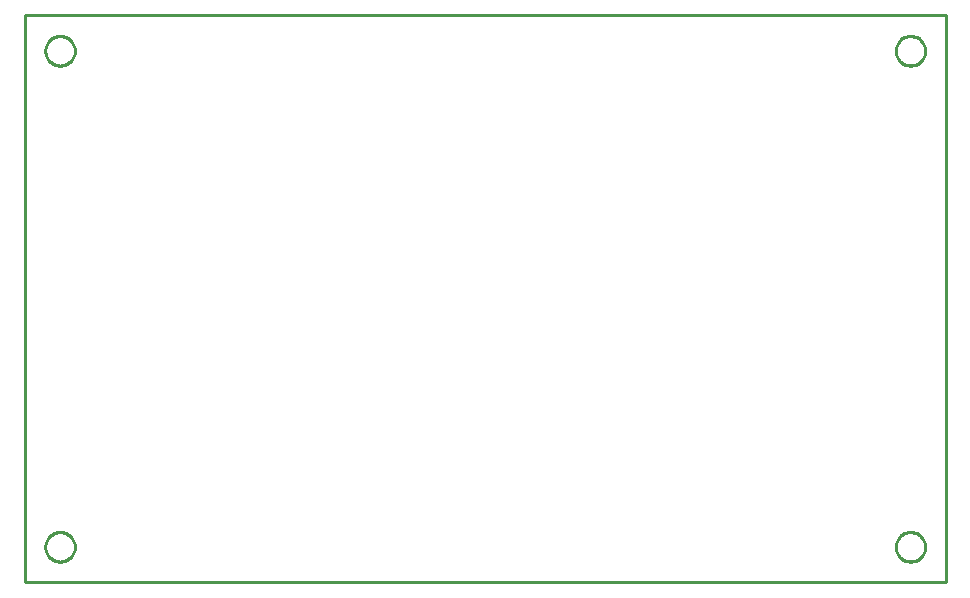
<source format=gbr>
G04 EAGLE Gerber RS-274X export*
G75*
%MOMM*%
%FSLAX34Y34*%
%LPD*%
%IN*%
%IPPOS*%
%AMOC8*
5,1,8,0,0,1.08239X$1,22.5*%
G01*
%ADD10C,0.254000*%


D10*
X0Y0D02*
X780000Y0D01*
X780000Y480000D01*
X0Y480000D01*
X0Y0D01*
X750491Y17500D02*
X751470Y17577D01*
X752441Y17731D01*
X753396Y17960D01*
X754330Y18264D01*
X755237Y18639D01*
X756112Y19085D01*
X756950Y19599D01*
X757745Y20176D01*
X758492Y20814D01*
X759186Y21508D01*
X759824Y22255D01*
X760401Y23050D01*
X760915Y23888D01*
X761361Y24763D01*
X761736Y25670D01*
X762040Y26604D01*
X762269Y27560D01*
X762423Y28530D01*
X762500Y29509D01*
X762500Y30491D01*
X762423Y31470D01*
X762269Y32441D01*
X762040Y33396D01*
X761736Y34330D01*
X761361Y35237D01*
X760915Y36112D01*
X760401Y36950D01*
X759824Y37745D01*
X759186Y38492D01*
X758492Y39186D01*
X757745Y39824D01*
X756950Y40401D01*
X756112Y40915D01*
X755237Y41361D01*
X754330Y41736D01*
X753396Y42040D01*
X752441Y42269D01*
X751470Y42423D01*
X750491Y42500D01*
X749509Y42500D01*
X748530Y42423D01*
X747560Y42269D01*
X746604Y42040D01*
X745670Y41736D01*
X744763Y41361D01*
X743888Y40915D01*
X743050Y40401D01*
X742255Y39824D01*
X741508Y39186D01*
X740814Y38492D01*
X740176Y37745D01*
X739599Y36950D01*
X739085Y36112D01*
X738639Y35237D01*
X738264Y34330D01*
X737960Y33396D01*
X737731Y32441D01*
X737577Y31470D01*
X737500Y30491D01*
X737500Y29509D01*
X737577Y28530D01*
X737731Y27560D01*
X737960Y26604D01*
X738264Y25670D01*
X738639Y24763D01*
X739085Y23888D01*
X739599Y23050D01*
X740176Y22255D01*
X740814Y21508D01*
X741508Y20814D01*
X742255Y20176D01*
X743050Y19599D01*
X743888Y19085D01*
X744763Y18639D01*
X745670Y18264D01*
X746604Y17960D01*
X747560Y17731D01*
X748530Y17577D01*
X749509Y17500D01*
X750491Y17500D01*
X750491Y437500D02*
X751470Y437577D01*
X752441Y437731D01*
X753396Y437960D01*
X754330Y438264D01*
X755237Y438639D01*
X756112Y439085D01*
X756950Y439599D01*
X757745Y440176D01*
X758492Y440814D01*
X759186Y441508D01*
X759824Y442255D01*
X760401Y443050D01*
X760915Y443888D01*
X761361Y444763D01*
X761736Y445670D01*
X762040Y446604D01*
X762269Y447560D01*
X762423Y448530D01*
X762500Y449509D01*
X762500Y450491D01*
X762423Y451470D01*
X762269Y452441D01*
X762040Y453396D01*
X761736Y454330D01*
X761361Y455237D01*
X760915Y456112D01*
X760401Y456950D01*
X759824Y457745D01*
X759186Y458492D01*
X758492Y459186D01*
X757745Y459824D01*
X756950Y460401D01*
X756112Y460915D01*
X755237Y461361D01*
X754330Y461736D01*
X753396Y462040D01*
X752441Y462269D01*
X751470Y462423D01*
X750491Y462500D01*
X749509Y462500D01*
X748530Y462423D01*
X747560Y462269D01*
X746604Y462040D01*
X745670Y461736D01*
X744763Y461361D01*
X743888Y460915D01*
X743050Y460401D01*
X742255Y459824D01*
X741508Y459186D01*
X740814Y458492D01*
X740176Y457745D01*
X739599Y456950D01*
X739085Y456112D01*
X738639Y455237D01*
X738264Y454330D01*
X737960Y453396D01*
X737731Y452441D01*
X737577Y451470D01*
X737500Y450491D01*
X737500Y449509D01*
X737577Y448530D01*
X737731Y447560D01*
X737960Y446604D01*
X738264Y445670D01*
X738639Y444763D01*
X739085Y443888D01*
X739599Y443050D01*
X740176Y442255D01*
X740814Y441508D01*
X741508Y440814D01*
X742255Y440176D01*
X743050Y439599D01*
X743888Y439085D01*
X744763Y438639D01*
X745670Y438264D01*
X746604Y437960D01*
X747560Y437731D01*
X748530Y437577D01*
X749509Y437500D01*
X750491Y437500D01*
X30491Y17500D02*
X31470Y17577D01*
X32441Y17731D01*
X33396Y17960D01*
X34330Y18264D01*
X35237Y18639D01*
X36112Y19085D01*
X36950Y19599D01*
X37745Y20176D01*
X38492Y20814D01*
X39186Y21508D01*
X39824Y22255D01*
X40401Y23050D01*
X40915Y23888D01*
X41361Y24763D01*
X41736Y25670D01*
X42040Y26604D01*
X42269Y27560D01*
X42423Y28530D01*
X42500Y29509D01*
X42500Y30491D01*
X42423Y31470D01*
X42269Y32441D01*
X42040Y33396D01*
X41736Y34330D01*
X41361Y35237D01*
X40915Y36112D01*
X40401Y36950D01*
X39824Y37745D01*
X39186Y38492D01*
X38492Y39186D01*
X37745Y39824D01*
X36950Y40401D01*
X36112Y40915D01*
X35237Y41361D01*
X34330Y41736D01*
X33396Y42040D01*
X32441Y42269D01*
X31470Y42423D01*
X30491Y42500D01*
X29509Y42500D01*
X28530Y42423D01*
X27560Y42269D01*
X26604Y42040D01*
X25670Y41736D01*
X24763Y41361D01*
X23888Y40915D01*
X23050Y40401D01*
X22255Y39824D01*
X21508Y39186D01*
X20814Y38492D01*
X20176Y37745D01*
X19599Y36950D01*
X19085Y36112D01*
X18639Y35237D01*
X18264Y34330D01*
X17960Y33396D01*
X17731Y32441D01*
X17577Y31470D01*
X17500Y30491D01*
X17500Y29509D01*
X17577Y28530D01*
X17731Y27560D01*
X17960Y26604D01*
X18264Y25670D01*
X18639Y24763D01*
X19085Y23888D01*
X19599Y23050D01*
X20176Y22255D01*
X20814Y21508D01*
X21508Y20814D01*
X22255Y20176D01*
X23050Y19599D01*
X23888Y19085D01*
X24763Y18639D01*
X25670Y18264D01*
X26604Y17960D01*
X27560Y17731D01*
X28530Y17577D01*
X29509Y17500D01*
X30491Y17500D01*
X30491Y437500D02*
X31470Y437577D01*
X32441Y437731D01*
X33396Y437960D01*
X34330Y438264D01*
X35237Y438639D01*
X36112Y439085D01*
X36950Y439599D01*
X37745Y440176D01*
X38492Y440814D01*
X39186Y441508D01*
X39824Y442255D01*
X40401Y443050D01*
X40915Y443888D01*
X41361Y444763D01*
X41736Y445670D01*
X42040Y446604D01*
X42269Y447560D01*
X42423Y448530D01*
X42500Y449509D01*
X42500Y450491D01*
X42423Y451470D01*
X42269Y452441D01*
X42040Y453396D01*
X41736Y454330D01*
X41361Y455237D01*
X40915Y456112D01*
X40401Y456950D01*
X39824Y457745D01*
X39186Y458492D01*
X38492Y459186D01*
X37745Y459824D01*
X36950Y460401D01*
X36112Y460915D01*
X35237Y461361D01*
X34330Y461736D01*
X33396Y462040D01*
X32441Y462269D01*
X31470Y462423D01*
X30491Y462500D01*
X29509Y462500D01*
X28530Y462423D01*
X27560Y462269D01*
X26604Y462040D01*
X25670Y461736D01*
X24763Y461361D01*
X23888Y460915D01*
X23050Y460401D01*
X22255Y459824D01*
X21508Y459186D01*
X20814Y458492D01*
X20176Y457745D01*
X19599Y456950D01*
X19085Y456112D01*
X18639Y455237D01*
X18264Y454330D01*
X17960Y453396D01*
X17731Y452441D01*
X17577Y451470D01*
X17500Y450491D01*
X17500Y449509D01*
X17577Y448530D01*
X17731Y447560D01*
X17960Y446604D01*
X18264Y445670D01*
X18639Y444763D01*
X19085Y443888D01*
X19599Y443050D01*
X20176Y442255D01*
X20814Y441508D01*
X21508Y440814D01*
X22255Y440176D01*
X23050Y439599D01*
X23888Y439085D01*
X24763Y438639D01*
X25670Y438264D01*
X26604Y437960D01*
X27560Y437731D01*
X28530Y437577D01*
X29509Y437500D01*
X30491Y437500D01*
M02*

</source>
